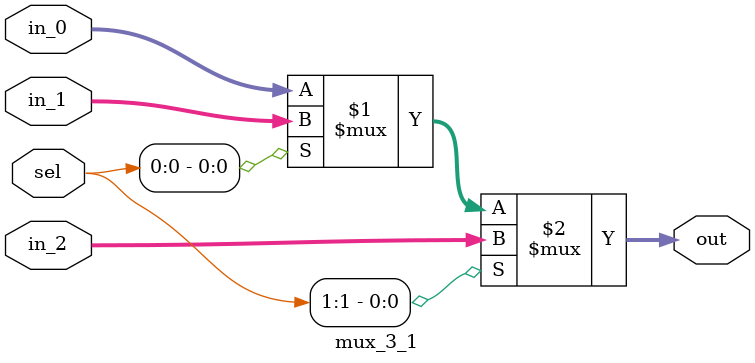
<source format=sv>
module mux_3_1 #(
    parameter n = 64
) (
    input logic [n - 1:0] in_0,
    input logic [n - 1:0] in_1,
    input logic [n - 1:0] in_2,
    input logic [    1:0] sel,

    output logic [n-1:0] out
);

    assign out = sel[1] ? in_2 : (sel[0] ? in_1 : in_0);
endmodule

</source>
